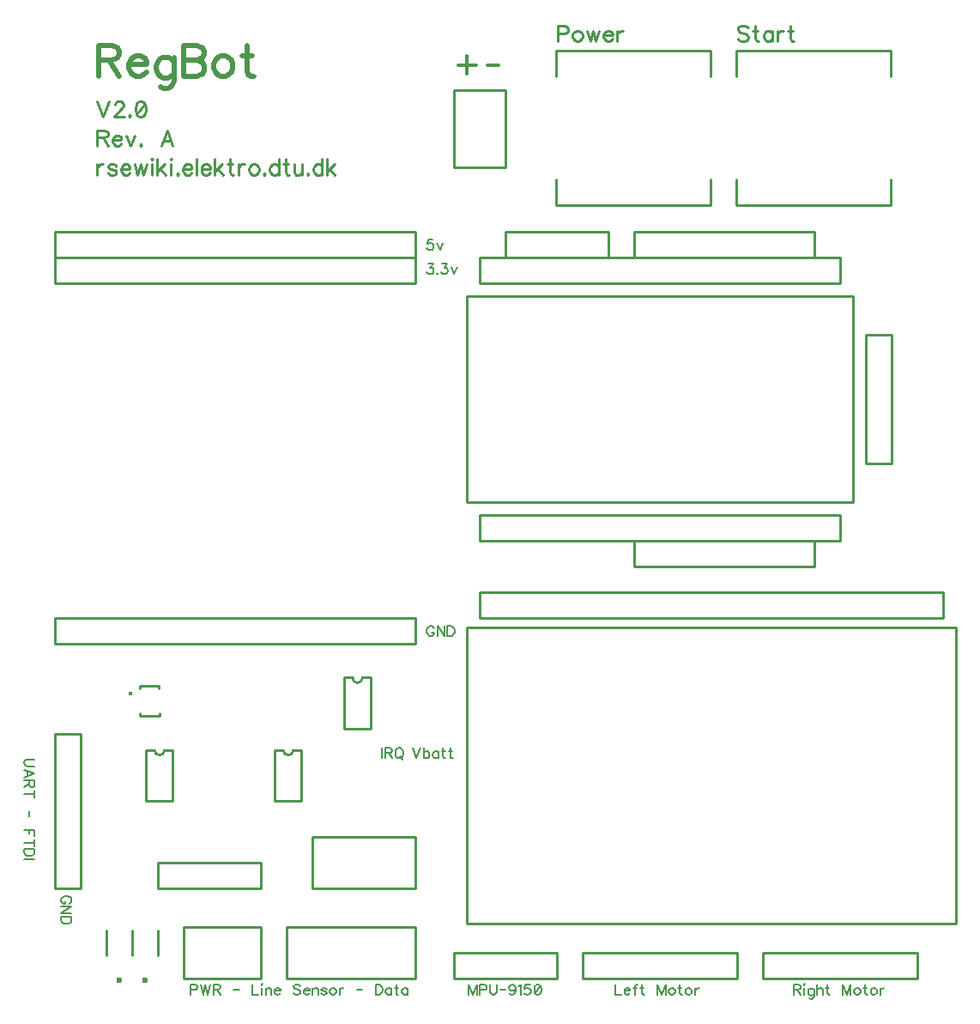
<source format=gto>
G04 DipTrace 2.4.0.2*
%INTopSilk.gbr*%
%MOIN*%
%ADD10C,0.0098*%
%ADD19C,0.0236*%
%ADD25C,0.0154*%
%ADD59C,0.0062*%
%ADD60C,0.0093*%
%ADD61C,0.0185*%
%ADD62C,0.0124*%
%FSLAX44Y44*%
G04*
G70*
G90*
G75*
G01*
%LNTopSilk*%
%LPD*%
D19*
X8440Y4869D3*
X7928Y5834D2*
D10*
Y6779D1*
X8952Y5834D2*
Y6779D1*
D19*
X9440Y4869D3*
X8928Y5834D2*
D10*
Y6779D1*
X9952Y5834D2*
Y6779D1*
X21440Y36440D2*
X23440D1*
Y39440D1*
X21440D1*
Y36440D1*
X10940Y6940D2*
X13940D1*
Y4940D1*
X10940D1*
Y6940D1*
X33441Y5940D2*
X39440D1*
Y4940D1*
X33441D1*
Y5940D1*
X26441D2*
X32440D1*
Y4940D1*
X26441D1*
Y5940D1*
X5940Y8441D2*
X6940D1*
Y14440D1*
X5940D1*
Y8441D1*
X22440Y22940D2*
X36440D1*
Y21940D1*
X22440D1*
Y22940D1*
Y32940D2*
X36440D1*
Y31940D1*
X22440D1*
Y32940D1*
X37440Y24940D2*
X38440D1*
Y29940D1*
X37440D1*
Y24940D1*
X23440Y33940D2*
X27440D1*
Y32940D1*
X23440D1*
Y33940D1*
X28440Y21940D2*
X35440D1*
Y20940D1*
X28440D1*
Y21940D1*
Y33940D2*
X35440D1*
Y32940D1*
X28440D1*
Y33940D1*
X15940Y10440D2*
X19940D1*
Y8440D1*
X15940D1*
Y10440D1*
X21440Y5940D2*
X25440D1*
Y4940D1*
X21440D1*
Y5940D1*
X40451Y18940D2*
X22430D1*
Y19940D1*
X40451D1*
Y18940D1*
X5940Y33940D2*
X19940D1*
Y32940D1*
X5940D1*
Y33940D1*
Y32940D2*
X19940D1*
Y31940D1*
X5940D1*
Y32940D1*
Y18940D2*
X19940D1*
Y17940D1*
X5940D1*
Y18940D1*
X14940Y6940D2*
X19940D1*
Y4940D1*
X14940D1*
Y6940D1*
X25401Y40956D2*
Y39956D1*
Y40956D1*
X31401D1*
X25401D1*
X31401D2*
Y39956D1*
Y40956D1*
X25401Y35956D2*
Y34956D1*
Y35956D1*
Y34956D2*
X31401D1*
X25401D1*
X31401Y35956D2*
Y34956D1*
Y35956D1*
X32401Y40956D2*
Y39956D1*
Y40956D1*
X38401D1*
X32401D1*
X38401D2*
Y39956D1*
Y40956D1*
X32401Y35956D2*
Y34956D1*
Y35956D1*
Y34956D2*
X38401D1*
X32401D1*
X38401Y35956D2*
Y34956D1*
Y35956D1*
X9940Y9440D2*
X13940D1*
Y8440D1*
X9940D1*
Y9440D1*
D25*
X8891Y15996D3*
X9233Y16298D2*
D10*
X9981D1*
X9233Y15117D2*
X10020D1*
X9233Y15235D2*
Y15117D1*
X10020Y15235D2*
Y15117D1*
X9981Y16298D2*
Y16180D1*
X9233Y16298D2*
Y16180D1*
X21940Y31440D2*
X36940D1*
Y23440D1*
X21940D1*
Y31440D1*
X40940Y18570D2*
X21940D1*
Y7070D1*
X40940D1*
Y18570D1*
X9491Y13800D2*
Y11831D1*
X10515Y13800D2*
Y11831D1*
X9491D2*
X10515D1*
X9806Y13800D2*
X9491D1*
X10200D2*
X10515D1*
X9806D2*
G03X10200Y13800I197J0D01*
G01*
X14491D2*
Y11831D1*
X15515Y13800D2*
Y11831D1*
X14491D2*
X15515D1*
X14806Y13800D2*
X14491D1*
X15200D2*
X15515D1*
X14806D2*
G03X15200Y13800I197J0D01*
G01*
X17179Y16612D2*
Y14643D1*
X18203Y16612D2*
Y14643D1*
X17179D2*
X18203D1*
X17494Y16612D2*
X17179D1*
X17888D2*
X18203D1*
X17494D2*
G03X17888Y16612I197J0D01*
G01*
X18644Y13882D2*
D59*
Y13480D1*
X18767Y13690D2*
X18939D1*
X18997Y13710D1*
X19016Y13729D1*
X19035Y13767D1*
Y13805D1*
X19016Y13843D1*
X18997Y13863D1*
X18939Y13882D1*
X18767D1*
Y13480D1*
X18901Y13690D2*
X19035Y13480D1*
X19274Y13882D2*
X19236Y13863D1*
X19197Y13825D1*
X19178Y13786D1*
X19159Y13729D1*
Y13633D1*
X19178Y13576D1*
X19197Y13538D1*
X19236Y13499D1*
X19274Y13480D1*
X19350D1*
X19389Y13499D1*
X19427Y13538D1*
X19446Y13576D1*
X19465Y13633D1*
Y13729D1*
X19446Y13786D1*
X19427Y13825D1*
X19389Y13863D1*
X19350Y13882D1*
X19274D1*
X19331Y13557D2*
X19446Y13442D1*
X19831Y13882D2*
X19984Y13480D1*
X20137Y13882D1*
X20261D2*
Y13480D1*
Y13690D2*
X20299Y13729D1*
X20337Y13748D1*
X20395D1*
X20433Y13729D1*
X20471Y13690D1*
X20490Y13633D1*
Y13595D1*
X20471Y13537D1*
X20433Y13499D1*
X20395Y13480D1*
X20337D1*
X20299Y13499D1*
X20261Y13537D1*
X20843Y13748D2*
Y13480D1*
Y13690D2*
X20805Y13729D1*
X20767Y13748D1*
X20710D1*
X20671Y13729D1*
X20633Y13690D1*
X20614Y13633D1*
Y13595D1*
X20633Y13537D1*
X20671Y13499D1*
X20710Y13480D1*
X20767D1*
X20805Y13499D1*
X20843Y13537D1*
X21024Y13882D2*
Y13556D1*
X21043Y13499D1*
X21082Y13480D1*
X21120D1*
X20967Y13748D2*
X21101D1*
X21301Y13882D2*
Y13556D1*
X21320Y13499D1*
X21358Y13480D1*
X21396D1*
X21243Y13748D2*
X21377D1*
X22325Y4292D2*
Y4694D1*
X22172Y4292D1*
X22019Y4694D1*
Y4292D1*
X22448Y4484D2*
X22621D1*
X22678Y4503D1*
X22697Y4522D1*
X22716Y4560D1*
Y4618D1*
X22697Y4656D1*
X22678Y4675D1*
X22621Y4694D1*
X22448D1*
Y4292D1*
X22840Y4694D2*
Y4407D1*
X22859Y4350D1*
X22897Y4312D1*
X22955Y4292D1*
X22993D1*
X23050Y4312D1*
X23089Y4350D1*
X23108Y4407D1*
Y4694D1*
X23231Y4493D2*
X23452D1*
X23825Y4560D2*
X23805Y4503D1*
X23767Y4464D1*
X23710Y4445D1*
X23691D1*
X23633Y4464D1*
X23595Y4503D1*
X23576Y4560D1*
Y4579D1*
X23595Y4637D1*
X23633Y4675D1*
X23691Y4694D1*
X23710D1*
X23767Y4675D1*
X23805Y4637D1*
X23825Y4560D1*
Y4464D1*
X23805Y4369D1*
X23767Y4311D1*
X23710Y4292D1*
X23672D1*
X23614Y4311D1*
X23595Y4350D1*
X23948Y4617D2*
X23987Y4637D1*
X24044Y4694D1*
Y4292D1*
X24397Y4694D2*
X24206D1*
X24187Y4522D1*
X24206Y4541D1*
X24264Y4560D1*
X24321D1*
X24378Y4541D1*
X24417Y4503D1*
X24436Y4445D1*
Y4407D1*
X24417Y4350D1*
X24378Y4311D1*
X24321Y4292D1*
X24264D1*
X24206Y4311D1*
X24187Y4331D1*
X24168Y4369D1*
X24674Y4694D2*
X24617Y4675D1*
X24578Y4617D1*
X24559Y4522D1*
Y4464D1*
X24578Y4369D1*
X24617Y4311D1*
X24674Y4292D1*
X24712D1*
X24770Y4311D1*
X24808Y4369D1*
X24827Y4464D1*
Y4522D1*
X24808Y4617D1*
X24770Y4675D1*
X24712Y4694D1*
X24674D1*
X24808Y4617D2*
X24578Y4369D1*
X27706Y4694D2*
Y4292D1*
X27936D1*
X28059Y4445D2*
X28289D1*
Y4484D1*
X28270Y4522D1*
X28251Y4541D1*
X28212Y4560D1*
X28155D1*
X28117Y4541D1*
X28078Y4503D1*
X28059Y4445D1*
Y4407D1*
X28078Y4350D1*
X28117Y4312D1*
X28155Y4292D1*
X28212D1*
X28251Y4312D1*
X28289Y4350D1*
X28565Y4694D2*
X28527D1*
X28489Y4675D1*
X28470Y4618D1*
Y4292D1*
X28412Y4560D2*
X28546D1*
X28746Y4694D2*
Y4369D1*
X28765Y4312D1*
X28804Y4292D1*
X28842D1*
X28689Y4560D2*
X28823D1*
X29660Y4292D2*
Y4694D1*
X29507Y4292D1*
X29354Y4694D1*
Y4292D1*
X29879Y4560D2*
X29841Y4541D1*
X29803Y4503D1*
X29784Y4445D1*
Y4407D1*
X29803Y4350D1*
X29841Y4312D1*
X29879Y4292D1*
X29937D1*
X29975Y4312D1*
X30013Y4350D1*
X30033Y4407D1*
Y4445D1*
X30013Y4503D1*
X29975Y4541D1*
X29937Y4560D1*
X29879D1*
X30214Y4694D2*
Y4369D1*
X30233Y4312D1*
X30271Y4292D1*
X30309D1*
X30156Y4560D2*
X30290D1*
X30528D2*
X30490Y4541D1*
X30452Y4503D1*
X30433Y4445D1*
Y4407D1*
X30452Y4350D1*
X30490Y4312D1*
X30528Y4292D1*
X30586D1*
X30624Y4312D1*
X30662Y4350D1*
X30682Y4407D1*
Y4445D1*
X30662Y4503D1*
X30624Y4541D1*
X30586Y4560D1*
X30528D1*
X30805D2*
Y4292D1*
Y4445D2*
X30825Y4503D1*
X30863Y4541D1*
X30901Y4560D1*
X30959D1*
X34644Y4503D2*
X34816D1*
X34873Y4522D1*
X34893Y4541D1*
X34912Y4579D1*
Y4618D1*
X34893Y4656D1*
X34873Y4675D1*
X34816Y4694D1*
X34644D1*
Y4292D1*
X34778Y4503D2*
X34912Y4292D1*
X35035Y4694D2*
X35054Y4675D1*
X35074Y4694D1*
X35054Y4714D1*
X35035Y4694D1*
X35054Y4560D2*
Y4292D1*
X35427Y4541D2*
Y4235D1*
X35408Y4178D1*
X35389Y4158D1*
X35350Y4139D1*
X35293D1*
X35255Y4158D1*
X35427Y4484D2*
X35389Y4522D1*
X35350Y4541D1*
X35293D1*
X35255Y4522D1*
X35216Y4484D1*
X35197Y4426D1*
Y4388D1*
X35216Y4331D1*
X35255Y4292D1*
X35293Y4273D1*
X35350D1*
X35389Y4292D1*
X35427Y4331D1*
X35550Y4694D2*
Y4292D1*
Y4484D2*
X35608Y4541D1*
X35646Y4560D1*
X35704D1*
X35742Y4541D1*
X35761Y4484D1*
Y4292D1*
X35942Y4694D2*
Y4369D1*
X35961Y4312D1*
X35999Y4292D1*
X36037D1*
X35884Y4560D2*
X36018D1*
X36856Y4292D2*
Y4694D1*
X36703Y4292D1*
X36550Y4694D1*
Y4292D1*
X37075Y4560D2*
X37037Y4541D1*
X36998Y4503D1*
X36979Y4445D1*
Y4407D1*
X36998Y4350D1*
X37037Y4312D1*
X37075Y4292D1*
X37132D1*
X37171Y4312D1*
X37209Y4350D1*
X37228Y4407D1*
Y4445D1*
X37209Y4503D1*
X37171Y4541D1*
X37132Y4560D1*
X37075D1*
X37409Y4694D2*
Y4369D1*
X37428Y4312D1*
X37467Y4292D1*
X37505D1*
X37352Y4560D2*
X37486D1*
X37724D2*
X37686Y4541D1*
X37647Y4503D1*
X37628Y4445D1*
Y4407D1*
X37647Y4350D1*
X37686Y4312D1*
X37724Y4292D1*
X37781D1*
X37820Y4312D1*
X37858Y4350D1*
X37877Y4407D1*
Y4445D1*
X37858Y4503D1*
X37820Y4541D1*
X37781Y4560D1*
X37724D1*
X38001D2*
Y4292D1*
Y4445D2*
X38020Y4503D1*
X38058Y4541D1*
X38096Y4560D1*
X38154D1*
X11206Y4484D2*
X11379D1*
X11436Y4503D1*
X11455Y4522D1*
X11474Y4560D1*
Y4618D1*
X11455Y4656D1*
X11436Y4675D1*
X11379Y4694D1*
X11206D1*
Y4292D1*
X11598Y4694D2*
X11694Y4292D1*
X11789Y4694D1*
X11885Y4292D1*
X11981Y4694D1*
X12104Y4503D2*
X12276D1*
X12334Y4522D1*
X12353Y4541D1*
X12372Y4579D1*
Y4618D1*
X12353Y4656D1*
X12334Y4675D1*
X12276Y4694D1*
X12104D1*
Y4292D1*
X12238Y4503D2*
X12372Y4292D1*
X12885Y4493D2*
X13106D1*
X13618Y4694D2*
Y4292D1*
X13847D1*
X13971Y4694D2*
X13990Y4675D1*
X14009Y4694D1*
X13990Y4714D1*
X13971Y4694D1*
X13990Y4560D2*
Y4292D1*
X14133Y4560D2*
Y4292D1*
Y4484D2*
X14190Y4541D1*
X14229Y4560D1*
X14286D1*
X14324Y4541D1*
X14343Y4484D1*
Y4292D1*
X14467Y4445D2*
X14696D1*
Y4484D1*
X14677Y4522D1*
X14658Y4541D1*
X14620Y4560D1*
X14562D1*
X14524Y4541D1*
X14486Y4503D1*
X14467Y4445D1*
Y4407D1*
X14486Y4350D1*
X14524Y4312D1*
X14562Y4292D1*
X14620D1*
X14658Y4312D1*
X14696Y4350D1*
X15477Y4637D2*
X15439Y4675D1*
X15381Y4694D1*
X15305D1*
X15247Y4675D1*
X15209Y4637D1*
Y4599D1*
X15228Y4560D1*
X15247Y4541D1*
X15285Y4522D1*
X15400Y4484D1*
X15439Y4465D1*
X15458Y4445D1*
X15477Y4407D1*
Y4350D1*
X15439Y4312D1*
X15381Y4292D1*
X15305D1*
X15247Y4312D1*
X15209Y4350D1*
X15600Y4445D2*
X15830D1*
Y4484D1*
X15811Y4522D1*
X15792Y4541D1*
X15753Y4560D1*
X15696D1*
X15658Y4541D1*
X15619Y4503D1*
X15600Y4445D1*
Y4407D1*
X15619Y4350D1*
X15658Y4312D1*
X15696Y4292D1*
X15753D1*
X15792Y4312D1*
X15830Y4350D1*
X15953Y4560D2*
Y4292D1*
Y4484D2*
X16011Y4541D1*
X16049Y4560D1*
X16106D1*
X16145Y4541D1*
X16164Y4484D1*
Y4292D1*
X16498Y4503D2*
X16479Y4541D1*
X16421Y4560D1*
X16364D1*
X16306Y4541D1*
X16287Y4503D1*
X16306Y4465D1*
X16345Y4445D1*
X16440Y4426D1*
X16479Y4407D1*
X16498Y4369D1*
Y4350D1*
X16479Y4312D1*
X16421Y4292D1*
X16364D1*
X16306Y4312D1*
X16287Y4350D1*
X16717Y4560D2*
X16679Y4541D1*
X16640Y4503D1*
X16621Y4445D1*
Y4407D1*
X16640Y4350D1*
X16679Y4312D1*
X16717Y4292D1*
X16774D1*
X16813Y4312D1*
X16851Y4350D1*
X16870Y4407D1*
Y4445D1*
X16851Y4503D1*
X16813Y4541D1*
X16774Y4560D1*
X16717D1*
X16994D2*
Y4292D1*
Y4445D2*
X17013Y4503D1*
X17051Y4541D1*
X17090Y4560D1*
X17147D1*
X17659Y4493D2*
X17880D1*
X18393Y4694D2*
Y4292D1*
X18527D1*
X18584Y4312D1*
X18623Y4350D1*
X18642Y4388D1*
X18661Y4445D1*
Y4541D1*
X18642Y4599D1*
X18623Y4637D1*
X18584Y4675D1*
X18527Y4694D1*
X18393D1*
X19014Y4560D2*
Y4292D1*
Y4503D2*
X18976Y4541D1*
X18937Y4560D1*
X18880D1*
X18842Y4541D1*
X18804Y4503D1*
X18784Y4445D1*
Y4407D1*
X18804Y4350D1*
X18842Y4312D1*
X18880Y4292D1*
X18937D1*
X18976Y4312D1*
X19014Y4350D1*
X19195Y4694D2*
Y4369D1*
X19214Y4312D1*
X19252Y4292D1*
X19290D1*
X19137Y4560D2*
X19271D1*
X19643D2*
Y4292D1*
Y4503D2*
X19605Y4541D1*
X19567Y4560D1*
X19510D1*
X19471Y4541D1*
X19433Y4503D1*
X19414Y4445D1*
Y4407D1*
X19433Y4350D1*
X19471Y4312D1*
X19510Y4292D1*
X19567D1*
X19605Y4312D1*
X19643Y4350D1*
X5148Y13436D2*
X4861D1*
X4804Y13417D1*
X4766Y13378D1*
X4746Y13321D1*
Y13283D1*
X4766Y13225D1*
X4804Y13187D1*
X4861Y13168D1*
X5148D1*
X4746Y12738D2*
X5148Y12891D1*
X4746Y13044D1*
X4880Y12987D2*
Y12795D1*
X4957Y12614D2*
Y12442D1*
X4976Y12385D1*
X4995Y12366D1*
X5033Y12347D1*
X5072D1*
X5110Y12366D1*
X5129Y12385D1*
X5148Y12442D1*
Y12614D1*
X4746D1*
X4957Y12481D2*
X4746Y12347D1*
X5148Y12089D2*
X4746D1*
X5148Y12223D2*
Y11955D1*
X4947Y11443D2*
Y11222D1*
X5148Y10460D2*
Y10709D1*
X4746D1*
X4957D2*
Y10556D1*
X5148Y10203D2*
X4746D1*
X5148Y10337D2*
Y10069D1*
Y9945D2*
X4746D1*
Y9811D1*
X4766Y9754D1*
X4804Y9716D1*
X4842Y9697D1*
X4899Y9678D1*
X4995D1*
X5053Y9697D1*
X5091Y9716D1*
X5129Y9754D1*
X5148Y9811D1*
Y9945D1*
Y9554D2*
X4746D1*
X6490Y7836D2*
X6528Y7855D1*
X6567Y7894D1*
X6586Y7932D1*
Y8008D1*
X6567Y8047D1*
X6528Y8085D1*
X6490Y8104D1*
X6433Y8123D1*
X6337D1*
X6280Y8104D1*
X6241Y8085D1*
X6203Y8047D1*
X6184Y8008D1*
Y7932D1*
X6203Y7894D1*
X6241Y7855D1*
X6280Y7836D1*
X6337D1*
Y7932D1*
X6586Y7445D2*
X6184D1*
X6586Y7713D1*
X6184D1*
X6586Y7321D2*
X6184D1*
Y7187D1*
X6203Y7130D1*
X6241Y7092D1*
X6280Y7073D1*
X6337Y7054D1*
X6433D1*
X6490Y7073D1*
X6528Y7092D1*
X6567Y7130D1*
X6586Y7187D1*
Y7321D1*
X20675Y18530D2*
X20656Y18569D1*
X20618Y18607D1*
X20580Y18626D1*
X20503D1*
X20465Y18607D1*
X20427Y18569D1*
X20407Y18530D1*
X20388Y18473D1*
Y18377D1*
X20407Y18320D1*
X20427Y18282D1*
X20465Y18244D1*
X20503Y18224D1*
X20580D1*
X20618Y18244D1*
X20656Y18282D1*
X20675Y18320D1*
Y18377D1*
X20580D1*
X21067Y18626D2*
Y18224D1*
X20799Y18626D1*
Y18224D1*
X21190Y18626D2*
Y18224D1*
X21324D1*
X21382Y18244D1*
X21420Y18282D1*
X21439Y18320D1*
X21458Y18377D1*
Y18473D1*
X21439Y18530D1*
X21420Y18569D1*
X21382Y18607D1*
X21324Y18626D1*
X21190D1*
X20427Y32688D2*
X20637D1*
X20522Y32535D1*
X20580D1*
X20618Y32516D1*
X20637Y32497D1*
X20656Y32440D1*
Y32402D1*
X20637Y32344D1*
X20599Y32306D1*
X20541Y32287D1*
X20484D1*
X20427Y32306D1*
X20408Y32325D1*
X20388Y32363D1*
X20799Y32325D2*
X20780Y32306D1*
X20799Y32287D1*
X20818Y32306D1*
X20799Y32325D1*
X20980Y32688D2*
X21190D1*
X21076Y32535D1*
X21133D1*
X21171Y32516D1*
X21190Y32497D1*
X21210Y32440D1*
Y32402D1*
X21190Y32344D1*
X21152Y32306D1*
X21095Y32287D1*
X21037D1*
X20980Y32306D1*
X20961Y32325D1*
X20942Y32363D1*
X21333Y32555D2*
X21448Y32287D1*
X21563Y32555D1*
X20618Y33626D2*
X20427D1*
X20408Y33454D1*
X20427Y33473D1*
X20484Y33492D1*
X20541D1*
X20599Y33473D1*
X20637Y33435D1*
X20656Y33377D1*
Y33339D1*
X20637Y33282D1*
X20599Y33243D1*
X20541Y33224D1*
X20484D1*
X20427Y33243D1*
X20408Y33263D1*
X20388Y33301D1*
X20780Y33492D2*
X20895Y33224D1*
X21009Y33492D1*
X25466Y41617D2*
D60*
X25725D1*
X25810Y41646D1*
X25839Y41675D1*
X25868Y41732D1*
Y41818D1*
X25839Y41875D1*
X25810Y41905D1*
X25725Y41933D1*
X25466D1*
Y41330D1*
X26197Y41732D2*
X26139Y41704D1*
X26082Y41646D1*
X26053Y41560D1*
Y41503D1*
X26082Y41417D1*
X26139Y41359D1*
X26197Y41330D1*
X26283D1*
X26340Y41359D1*
X26397Y41417D1*
X26427Y41503D1*
Y41560D1*
X26397Y41646D1*
X26340Y41704D1*
X26283Y41732D1*
X26197D1*
X26612D2*
X26727Y41330D1*
X26841Y41732D1*
X26956Y41330D1*
X27071Y41732D1*
X27256Y41560D2*
X27600D1*
Y41617D1*
X27572Y41675D1*
X27543Y41704D1*
X27486Y41732D1*
X27399D1*
X27342Y41704D1*
X27285Y41646D1*
X27256Y41560D1*
Y41503D1*
X27285Y41417D1*
X27342Y41359D1*
X27399Y41330D1*
X27486D1*
X27543Y41359D1*
X27600Y41417D1*
X27786Y41732D2*
Y41330D1*
Y41560D2*
X27815Y41646D1*
X27872Y41704D1*
X27930Y41732D1*
X28016D1*
X32868Y41847D2*
X32811Y41905D1*
X32725Y41933D1*
X32610D1*
X32524Y41905D1*
X32466Y41847D1*
Y41790D1*
X32495Y41732D1*
X32524Y41704D1*
X32581Y41675D1*
X32753Y41617D1*
X32811Y41589D1*
X32839Y41560D1*
X32868Y41503D1*
Y41417D1*
X32811Y41359D1*
X32725Y41330D1*
X32610D1*
X32524Y41359D1*
X32466Y41417D1*
X33139Y41933D2*
Y41445D1*
X33168Y41359D1*
X33226Y41330D1*
X33283D1*
X33053Y41732D2*
X33254D1*
X33812D2*
Y41330D1*
Y41646D2*
X33755Y41704D1*
X33698Y41732D1*
X33612D1*
X33554Y41704D1*
X33497Y41646D1*
X33468Y41560D1*
Y41503D1*
X33497Y41417D1*
X33554Y41359D1*
X33612Y41330D1*
X33698D1*
X33755Y41359D1*
X33812Y41417D1*
X33998Y41732D2*
Y41330D1*
Y41560D2*
X34027Y41646D1*
X34084Y41704D1*
X34141Y41732D1*
X34228D1*
X34499Y41933D2*
Y41445D1*
X34528Y41359D1*
X34585Y41330D1*
X34642D1*
X34413Y41732D2*
X34614D1*
X7637Y40593D2*
D61*
X8153D1*
X8326Y40651D1*
X8384Y40708D1*
X8441Y40822D1*
Y40938D1*
X8384Y41052D1*
X8326Y41110D1*
X8153Y41167D1*
X7637D1*
Y39961D1*
X8039Y40593D2*
X8441Y39961D1*
X8812Y40420D2*
X9500D1*
Y40536D1*
X9443Y40651D1*
X9386Y40708D1*
X9271Y40765D1*
X9098D1*
X8984Y40708D1*
X8869Y40593D1*
X8812Y40420D1*
Y40306D1*
X8869Y40134D1*
X8984Y40020D1*
X9098Y39961D1*
X9271D1*
X9386Y40020D1*
X9500Y40134D1*
X10559Y40708D2*
Y39789D1*
X10502Y39618D1*
X10445Y39559D1*
X10330Y39502D1*
X10157D1*
X10043Y39559D1*
X10559Y40536D2*
X10445Y40650D1*
X10330Y40708D1*
X10157D1*
X10043Y40650D1*
X9928Y40536D1*
X9871Y40363D1*
Y40248D1*
X9928Y40077D1*
X10043Y39961D1*
X10157Y39904D1*
X10330D1*
X10445Y39961D1*
X10559Y40077D1*
X10930Y41167D2*
Y39961D1*
X11447D1*
X11620Y40020D1*
X11677Y40077D1*
X11734Y40191D1*
Y40363D1*
X11677Y40479D1*
X11620Y40536D1*
X11447Y40593D1*
X11620Y40651D1*
X11677Y40708D1*
X11734Y40822D1*
Y40938D1*
X11677Y41052D1*
X11620Y41110D1*
X11447Y41167D1*
X10930D1*
Y40593D2*
X11447D1*
X12391Y40765D2*
X12277Y40708D1*
X12161Y40593D1*
X12104Y40420D1*
Y40306D1*
X12161Y40134D1*
X12277Y40020D1*
X12391Y39961D1*
X12563D1*
X12678Y40020D1*
X12793Y40134D1*
X12851Y40306D1*
Y40420D1*
X12793Y40593D1*
X12678Y40708D1*
X12563Y40765D1*
X12391D1*
X13394Y41167D2*
Y40191D1*
X13451Y40020D1*
X13566Y39961D1*
X13680D1*
X13221Y40765D2*
X13623D1*
X7591Y38996D2*
D60*
X7821Y38393D1*
X8050Y38996D1*
X8264Y38852D2*
Y38880D1*
X8293Y38938D1*
X8322Y38966D1*
X8379Y38995D1*
X8494D1*
X8551Y38966D1*
X8580Y38938D1*
X8609Y38880D1*
Y38823D1*
X8580Y38766D1*
X8522Y38680D1*
X8235Y38393D1*
X8637D1*
X8851Y38450D2*
X8823Y38421D1*
X8851Y38393D1*
X8880Y38421D1*
X8851Y38450D1*
X9238Y38995D2*
X9152Y38966D1*
X9094Y38880D1*
X9065Y38737D1*
Y38651D1*
X9094Y38508D1*
X9152Y38421D1*
X9238Y38393D1*
X9295D1*
X9381Y38421D1*
X9438Y38508D1*
X9467Y38651D1*
Y38737D1*
X9438Y38880D1*
X9381Y38966D1*
X9295Y38995D1*
X9238D1*
X9438Y38880D2*
X9094Y38508D1*
X7591Y37583D2*
X7849D1*
X7935Y37613D1*
X7964Y37641D1*
X7993Y37698D1*
Y37756D1*
X7964Y37813D1*
X7935Y37842D1*
X7849Y37871D1*
X7591D1*
Y37268D1*
X7792Y37583D2*
X7993Y37268D1*
X8178Y37497D2*
X8522D1*
Y37555D1*
X8494Y37613D1*
X8465Y37641D1*
X8408Y37670D1*
X8322D1*
X8264Y37641D1*
X8207Y37583D1*
X8178Y37497D1*
Y37440D1*
X8207Y37354D1*
X8264Y37297D1*
X8322Y37268D1*
X8408D1*
X8465Y37297D1*
X8522Y37354D1*
X8708Y37670D2*
X8880Y37268D1*
X9052Y37670D1*
X9266Y37325D2*
X9237Y37296D1*
X9266Y37268D1*
X9295Y37296D1*
X9266Y37325D1*
X10523Y37268D2*
X10293Y37871D1*
X10063Y37268D1*
X10150Y37469D2*
X10437D1*
X7591Y36545D2*
Y36143D1*
Y36372D2*
X7620Y36458D1*
X7677Y36516D1*
X7735Y36545D1*
X7821D1*
X8322Y36458D2*
X8294Y36516D1*
X8207Y36545D1*
X8121D1*
X8035Y36516D1*
X8006Y36458D1*
X8035Y36401D1*
X8093Y36372D1*
X8236Y36344D1*
X8294Y36315D1*
X8322Y36258D1*
Y36229D1*
X8294Y36172D1*
X8207Y36143D1*
X8121D1*
X8035Y36172D1*
X8006Y36229D1*
X8507Y36372D2*
X8852D1*
Y36430D1*
X8823Y36488D1*
X8795Y36516D1*
X8737Y36545D1*
X8651D1*
X8594Y36516D1*
X8536Y36458D1*
X8507Y36372D1*
Y36315D1*
X8536Y36229D1*
X8594Y36172D1*
X8651Y36143D1*
X8737D1*
X8795Y36172D1*
X8852Y36229D1*
X9037Y36545D2*
X9152Y36143D1*
X9266Y36545D1*
X9381Y36143D1*
X9496Y36545D1*
X9681Y36746D2*
X9710Y36717D1*
X9739Y36746D1*
X9710Y36775D1*
X9681Y36746D1*
X9710Y36545D2*
Y36143D1*
X9924Y36746D2*
Y36143D1*
X10211Y36545D2*
X9924Y36258D1*
X10039Y36372D2*
X10240Y36143D1*
X10425Y36746D2*
X10454Y36717D1*
X10483Y36746D1*
X10454Y36775D1*
X10425Y36746D1*
X10454Y36545D2*
Y36143D1*
X10697Y36200D2*
X10668Y36171D1*
X10697Y36143D1*
X10726Y36171D1*
X10697Y36200D1*
X10911Y36372D2*
X11255D1*
Y36430D1*
X11227Y36488D1*
X11198Y36516D1*
X11141Y36545D1*
X11054D1*
X10997Y36516D1*
X10940Y36458D1*
X10911Y36372D1*
Y36315D1*
X10940Y36229D1*
X10997Y36172D1*
X11054Y36143D1*
X11141D1*
X11198Y36172D1*
X11255Y36229D1*
X11441Y36746D2*
Y36143D1*
X11626Y36372D2*
X11970D1*
Y36430D1*
X11942Y36488D1*
X11913Y36516D1*
X11855Y36545D1*
X11769D1*
X11712Y36516D1*
X11654Y36458D1*
X11626Y36372D1*
Y36315D1*
X11654Y36229D1*
X11712Y36172D1*
X11769Y36143D1*
X11855D1*
X11913Y36172D1*
X11970Y36229D1*
X12155Y36746D2*
Y36143D1*
X12443Y36545D2*
X12155Y36258D1*
X12270Y36372D2*
X12471Y36143D1*
X12743Y36746D2*
Y36258D1*
X12771Y36172D1*
X12829Y36143D1*
X12886D1*
X12656Y36545D2*
X12857D1*
X13071D2*
Y36143D1*
Y36372D2*
X13100Y36458D1*
X13157Y36516D1*
X13215Y36545D1*
X13301D1*
X13630D2*
X13573Y36516D1*
X13515Y36458D1*
X13486Y36372D1*
Y36315D1*
X13515Y36229D1*
X13573Y36172D1*
X13630Y36143D1*
X13716D1*
X13774Y36172D1*
X13831Y36229D1*
X13860Y36315D1*
Y36372D1*
X13831Y36458D1*
X13774Y36516D1*
X13716Y36545D1*
X13630D1*
X14074Y36200D2*
X14045Y36171D1*
X14074Y36143D1*
X14103Y36171D1*
X14074Y36200D1*
X14632Y36746D2*
Y36143D1*
Y36458D2*
X14575Y36516D1*
X14518Y36545D1*
X14431D1*
X14374Y36516D1*
X14317Y36458D1*
X14288Y36372D1*
Y36315D1*
X14317Y36229D1*
X14374Y36172D1*
X14431Y36143D1*
X14518D1*
X14575Y36172D1*
X14632Y36229D1*
X14904Y36746D2*
Y36258D1*
X14932Y36172D1*
X14990Y36143D1*
X15047D1*
X14818Y36545D2*
X15019D1*
X15232D2*
Y36258D1*
X15261Y36172D1*
X15319Y36143D1*
X15405D1*
X15462Y36172D1*
X15548Y36258D1*
Y36545D2*
Y36143D1*
X15762Y36200D2*
X15733Y36171D1*
X15762Y36143D1*
X15791Y36171D1*
X15762Y36200D1*
X16321Y36746D2*
Y36143D1*
Y36458D2*
X16263Y36516D1*
X16206Y36545D1*
X16120D1*
X16063Y36516D1*
X16005Y36458D1*
X15976Y36372D1*
Y36315D1*
X16005Y36229D1*
X16063Y36172D1*
X16120Y36143D1*
X16206D1*
X16263Y36172D1*
X16321Y36229D1*
X16506Y36746D2*
Y36143D1*
X16793Y36545D2*
X16506Y36258D1*
X16621Y36372D2*
X16821Y36143D1*
X22732Y40400D2*
D62*
X23174D1*
X21951Y40745D2*
Y40056D1*
X21607Y40400D2*
X22295D1*
M02*

</source>
